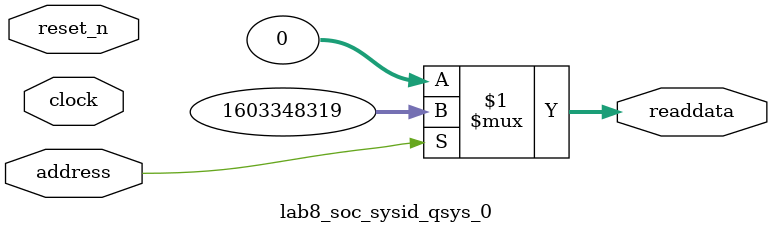
<source format=v>



// synthesis translate_off
`timescale 1ns / 1ps
// synthesis translate_on

// turn off superfluous verilog processor warnings 
// altera message_level Level1 
// altera message_off 10034 10035 10036 10037 10230 10240 10030 

module lab8_soc_sysid_qsys_0 (
               // inputs:
                address,
                clock,
                reset_n,

               // outputs:
                readdata
             )
;

  output  [ 31: 0] readdata;
  input            address;
  input            clock;
  input            reset_n;

  wire    [ 31: 0] readdata;
  //control_slave, which is an e_avalon_slave
  assign readdata = address ? 1603348319 : 0;

endmodule



</source>
